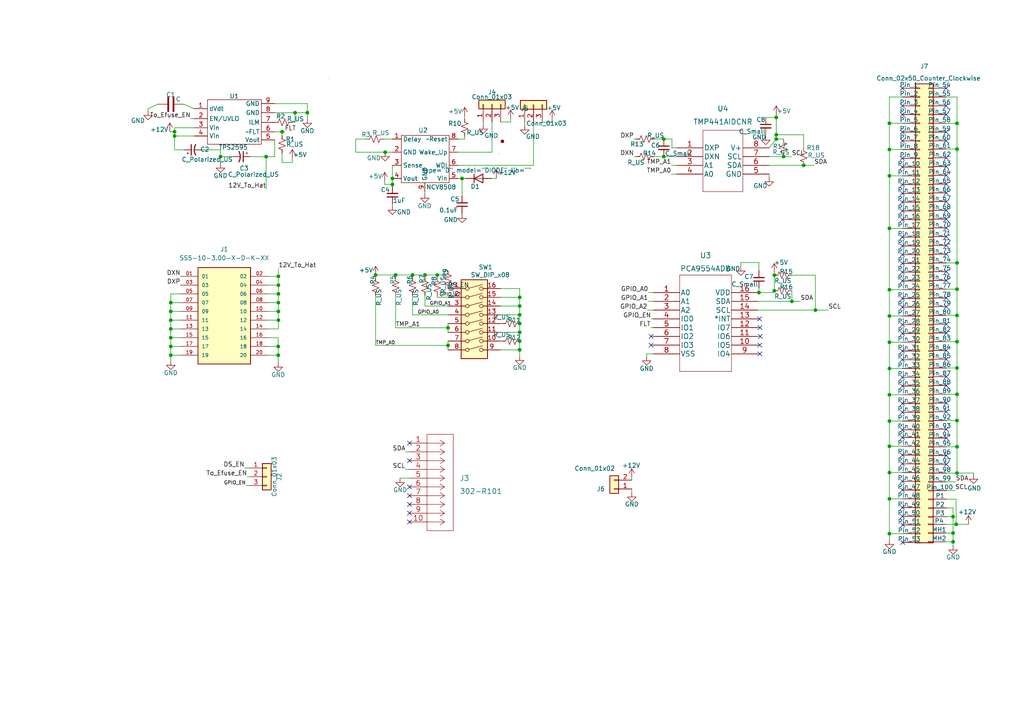
<source format=kicad_sch>
(kicad_sch (version 20211123) (generator eeschema)
  (paper "A4")
  (title_block (title "PERRI Board") (rev "0"))
  (junction (at 224.5868 79.8068))
  (junction (at 229.6668 87.4014))
  (junction (at 277.5712 35.7632))
  (junction (at 49.53 97.9424))
  (junction (at 134.0104 51.7652))
  (junction (at 108.9406 79.756))
  (junction (at 50.6222 38.227))
  (junction (at 80.7466 85.2424))
  (junction (at 220.1164 84.8614))
  (junction (at 77.1906 45.4406))
  (junction (at 150.7236 88.773))
  (junction (at 150.7236 93.853))
  (junction (at 257.9624 99.2632))
  (junction (at 80.6958 100.4824))
  (junction (at 257.9624 122.1232))
  (junction (at 257.9624 154.7876))
  (junction (at 257.9624 66.2432))
  (junction (at 49.53 100.4824))
  (junction (at 150.7236 101.473))
  (junction (at 257.9624 51.0032))
  (junction (at 49.53 87.7824))
  (junction (at 81.8134 38.227))
  (junction (at 129.9464 95.0722))
  (junction (at 49.53 95.4024))
  (junction (at 49.53 92.8624))
  (junction (at 192.532 45.4152))
  (junction (at 257.9624 137.0584))
  (junction (at 192.532 40.3352))
  (junction (at 227.2792 45.4152))
  (junction (at 50.6222 39.4462))
  (junction (at 257.9624 129.4384))
  (junction (at 257.9624 114.5032))
  (junction (at 277.5712 43.2308))
  (junction (at 63.9572 45.4406))
  (junction (at 225.1456 34.0614))
  (junction (at 80.7466 87.7824))
  (junction (at 257.9624 106.8832))
  (junction (at 80.7466 90.3224))
  (junction (at 49.53 90.3224))
  (junction (at 80.7466 80.1624))
  (junction (at 277.5712 121.9708))
  (junction (at 225.1456 39.0906))
  (junction (at 85.5726 32.6898))
  (junction (at 257.9624 91.6432))
  (junction (at 119.6594 79.756))
  (junction (at 113.8174 53.4924))
  (junction (at 277.3172 152.0698))
  (junction (at 276.4282 154.6098))
  (junction (at 49.53 103.0224))
  (junction (at 257.9624 43.3578))
  (junction (at 225.1456 40.3352))
  (junction (at 277.5712 76.2508))
  (junction (at 80.7466 92.8624))
  (junction (at 150.7236 96.393))
  (junction (at 114.7572 79.756))
  (junction (at 89.154 32.6898))
  (junction (at 126.8222 79.756))
  (junction (at 257.9624 35.7632))
  (junction (at 277.5712 114.3508))
  (junction (at 123.2662 79.756))
  (junction (at 277.5712 137.2108))
  (junction (at 277.5712 129.5908))
  (junction (at 257.9624 84.0232))
  (junction (at 277.5712 83.8708))
  (junction (at 224.5868 84.328))
  (junction (at 129.9464 100.1776))
  (junction (at 277.5712 99.1108))
  (junction (at 150.7236 98.933))
  (junction (at 276.4282 149.86))
  (junction (at 277.5712 106.7308))
  (junction (at 257.9624 144.6784))
  (junction (at 277.5712 91.4908))
  (junction (at 150.7236 91.313))
  (junction (at 150.7236 86.233))
  (junction (at 236.4994 89.9414))
  (junction (at 80.6958 103.0224))
  (junction (at 276.4282 157.1498))
  (junction (at 80.7466 82.7024))
  (junction (at 113.8174 51.7652))
  (junction (at 233.0958 47.9552))
  (junction (at 111.7092 44.1452))
  (no_connect (at 118.7704 148.844))
  (no_connect (at 274.4724 66.0908))
  (no_connect (at 261.7216 30.6832))
  (no_connect (at 274.4724 94.0308))
  (no_connect (at 261.7216 96.7232))
  (no_connect (at 118.7704 141.224))
  (no_connect (at 274.4724 111.8108))
  (no_connect (at 274.4724 81.3308))
  (no_connect (at 274.4724 116.8908))
  (no_connect (at 261.7216 94.1832))
  (no_connect (at 261.7216 25.6032))
  (no_connect (at 274.4724 109.2708))
  (no_connect (at 261.7216 86.5632))
  (no_connect (at 274.4724 45.7708))
  (no_connect (at 261.7216 142.1384))
  (no_connect (at 274.4724 127.0508))
  (no_connect (at 261.7216 33.2232))
  (no_connect (at 261.7216 117.0432))
  (no_connect (at 274.4724 96.5708))
  (no_connect (at 261.7216 40.8432))
  (no_connect (at 261.7216 119.5832))
  (no_connect (at 274.4724 78.7908))
  (no_connect (at 261.7216 58.6232))
  (no_connect (at 188.8236 100.1014))
  (no_connect (at 188.849 97.5614))
  (no_connect (at 274.4724 53.3908))
  (no_connect (at 261.7216 139.5984))
  (no_connect (at 274.4724 104.1908))
  (no_connect (at 274.4724 101.6508))
  (no_connect (at 274.4724 61.0108))
  (no_connect (at 261.7216 53.5432))
  (no_connect (at 118.7704 151.384))
  (no_connect (at 118.7704 143.764))
  (no_connect (at 274.4724 73.7108))
  (no_connect (at 274.4724 119.4308))
  (no_connect (at 261.7216 71.3232))
  (no_connect (at 261.7216 126.8984))
  (no_connect (at 261.7216 76.4032))
  (no_connect (at 261.7978 152.2476))
  (no_connect (at 274.4724 71.1708))
  (no_connect (at 261.7216 61.1632))
  (no_connect (at 261.7216 134.5184))
  (no_connect (at 261.7216 68.7832))
  (no_connect (at 261.7216 147.2184))
  (no_connect (at 261.7216 78.9432))
  (no_connect (at 274.4724 68.6308))
  (no_connect (at 274.4724 88.9508))
  (no_connect (at 261.7216 104.3432))
  (no_connect (at 261.7216 81.4832))
  (no_connect (at 261.7216 109.4232))
  (no_connect (at 274.4724 63.5508))
  (no_connect (at 274.4216 25.6032))
  (no_connect (at 274.4216 30.6832))
  (no_connect (at 274.4724 134.6708))
  (no_connect (at 274.4216 33.2232))
  (no_connect (at 261.7216 124.6632))
  (no_connect (at 261.7216 56.0832))
  (no_connect (at 274.4724 48.3108))
  (no_connect (at 274.4724 55.9308))
  (no_connect (at 261.7216 73.8632))
  (no_connect (at 118.7704 146.304))
  (no_connect (at 261.7216 131.9784))
  (no_connect (at 220.5228 97.5614))
  (no_connect (at 220.345 100.1014))
  (no_connect (at 220.3958 95.0214))
  (no_connect (at 220.2942 92.4814))
  (no_connect (at 220.3958 102.6414))
  (no_connect (at 261.7216 63.7032))
  (no_connect (at 261.7216 111.9632))
  (no_connect (at 118.7704 133.604))
  (no_connect (at 274.4724 50.8508))
  (no_connect (at 274.4216 40.8432))
  (no_connect (at 261.7216 48.4632))
  (no_connect (at 274.4724 58.4708))
  (no_connect (at 261.7216 38.3032))
  (no_connect (at 261.7216 89.1032))
  (no_connect (at 274.4216 38.3032))
  (no_connect (at 274.4724 124.5108))
  (no_connect (at 274.4724 86.4108))
  (no_connect (at 261.7216 149.7584))
  (no_connect (at 261.7216 45.9232))
  (no_connect (at 261.7978 157.3276))
  (no_connect (at 274.4724 132.1308))
  (no_connect (at 118.7704 128.524))
  (no_connect (at 261.7216 101.8032))
  (wire (pts (xy 223.0882 42.8752) (xy 225.1456 40.3352)))
  (wire (pts (xy 145.2372 35.3822) (xy 148.1074 35.3822)))
  (wire (pts (xy 274.4724 137.2108) (xy 277.5712 137.2108)))
  (wire (pts (xy 49.53 100.4824) (xy 49.53 103.0224)))
  (wire (pts (xy 119.6594 79.756) (xy 119.6594 80.5942)))
  (wire (pts (xy 49.53 90.3224) (xy 49.53 92.8624)))
  (wire (pts (xy 219.7862 92.4814) (xy 220.2942 92.4814)))
  (wire (pts (xy 80.7466 87.7824) (xy 80.7466 90.3224)))
  (wire (pts (xy 160.147 34.5694) (xy 160.147 35.4838)))
  (wire (pts (xy 126.8222 79.756) (xy 128.8542 79.756)))
  (wire (pts (xy 72.5932 45.4406) (xy 77.1906 45.4406)))
  (wire (pts (xy 219.7862 95.0214) (xy 220.3958 95.0214)))
  (wire (pts (xy 150.7236 96.393) (xy 150.7236 98.933)))
  (wire (pts (xy 80.7466 85.2424) (xy 80.7466 87.7824)))
  (wire (pts (xy 224.5868 79.8068) (xy 224.5868 84.328)))
  (wire (pts (xy 150.7236 98.933) (xy 150.7236 101.473)))
  (wire (pts (xy 154.7368 47.9552) (xy 154.7368 35.4838)))
  (wire (pts (xy 274.4724 142.2908) (xy 276.987 142.2908)))
  (wire (pts (xy 257.9624 122.1232) (xy 257.9624 129.4384)))
  (wire (pts (xy 277.5712 91.4908) (xy 277.5712 83.8708)))
  (wire (pts (xy 219.7862 89.9414) (xy 236.4994 89.9414)))
  (wire (pts (xy 257.9624 129.4384) (xy 257.9624 137.0584)))
  (wire (pts (xy 257.9624 137.0584) (xy 257.9624 144.6784)))
  (wire (pts (xy 140.1572 35.3822) (xy 140.1572 36.1696)))
  (wire (pts (xy 63.9572 45.4406) (xy 63.9572 43.4594)))
  (wire (pts (xy 49.53 92.8624) (xy 52.3494 92.8624)))
  (wire (pts (xy 257.9624 129.4384) (xy 261.7216 129.4384)))
  (wire (pts (xy 79.6798 32.6898) (xy 85.5726 32.6898)))
  (wire (pts (xy 277.5712 114.3508) (xy 277.5712 106.7308)))
  (wire (pts (xy 49.53 87.7824) (xy 49.53 90.3224)))
  (wire (pts (xy 145.1864 86.233) (xy 150.7236 86.233)))
  (wire (pts (xy 103.1748 40.3352) (xy 103.1748 44.1452)))
  (wire (pts (xy 224.5868 78.9686) (xy 224.5868 79.8068)))
  (wire (pts (xy 277.5712 99.1108) (xy 277.5712 106.7308)))
  (wire (pts (xy 196.2658 42.8752) (xy 194.8942 42.8752)))
  (wire (pts (xy 274.574 149.86) (xy 276.4282 149.86)))
  (wire (pts (xy 119.6594 91.313) (xy 129.9464 91.313)))
  (wire (pts (xy 183.8706 45.4152) (xy 184.5564 45.4152)))
  (wire (pts (xy 225.1456 33.2486) (xy 225.1456 34.0614)))
  (wire (pts (xy 49.2506 38.227) (xy 50.6222 38.227)))
  (wire (pts (xy 188.722 95.0214) (xy 189.5094 95.0214)))
  (wire (pts (xy 274.4724 83.8708) (xy 277.5712 83.8708)))
  (wire (pts (xy 189.6364 40.3352) (xy 192.532 40.3352)))
  (wire (pts (xy 188.8236 100.1014) (xy 189.5094 100.1014)))
  (wire (pts (xy 152.1968 35.4838) (xy 152.1968 36.4236)))
  (wire (pts (xy 189.6364 45.4152) (xy 192.532 45.4152)))
  (wire (pts (xy 89.154 30.0482) (xy 89.154 32.6898)))
  (wire (pts (xy 89.154 32.6898) (xy 89.154 34.4678)))
  (wire (pts (xy 80.7466 92.8624) (xy 80.7466 95.4024)))
  (wire (pts (xy 145.1864 88.773) (xy 150.7236 88.773)))
  (wire (pts (xy 81.8134 44.4246) (xy 81.8134 47.1424)))
  (wire (pts (xy 134.0104 62.0776) (xy 134.0104 61.8744)))
  (wire (pts (xy 106.1974 40.3352) (xy 103.1748 40.3352)))
  (wire (pts (xy 63.9572 45.4406) (xy 67.5132 45.4406)))
  (wire (pts (xy 63.9572 43.4594) (xy 58.5216 43.4594)))
  (wire (pts (xy 222.0976 39.1414) (xy 222.0976 39.3954)))
  (wire (pts (xy 220.1164 83.566) (xy 220.1164 84.8614)))
  (wire (pts (xy 225.1456 34.0614) (xy 222.0976 34.0614)))
  (wire (pts (xy 119.6594 79.756) (xy 114.7572 79.756)))
  (wire (pts (xy 261.239 43.3578) (xy 261.7216 43.3832)))
  (wire (pts (xy 257.9624 84.0232) (xy 257.9624 66.2432)))
  (wire (pts (xy 129.9464 100.1776) (xy 129.9464 98.933)))
  (wire (pts (xy 188.849 97.5614) (xy 189.5094 97.5614)))
  (wire (pts (xy 219.7862 97.5614) (xy 220.5228 97.5614)))
  (wire (pts (xy 257.9624 99.2632) (xy 257.9624 91.6432)))
  (wire (pts (xy 257.9624 91.6432) (xy 257.9624 84.0232)))
  (wire (pts (xy 77.7494 97.9424) (xy 80.6958 97.9424)))
  (wire (pts (xy 277.5712 28.1432) (xy 277.5712 35.7632)))
  (wire (pts (xy 257.9624 106.8832) (xy 261.7216 106.8832)))
  (wire (pts (xy 274.4724 106.7308) (xy 277.5712 106.7308)))
  (wire (pts (xy 113.8174 51.7652) (xy 113.8174 53.4924)))
  (wire (pts (xy 274.32 154.6098) (xy 276.4282 154.6098)))
  (wire (pts (xy 52.3494 85.2424) (xy 49.53 85.2424)))
  (wire (pts (xy 276.4282 149.86) (xy 276.4282 154.6098)))
  (wire (pts (xy 108.9406 85.6742) (xy 108.9406 100.1776)))
  (wire (pts (xy 71.6788 138.2776) (xy 72.2884 138.2776)))
  (wire (pts (xy 225.1456 39.0906) (xy 225.1456 40.3352)))
  (wire (pts (xy 236.4994 89.9414) (xy 240.2332 89.9414)))
  (wire (pts (xy 77.7494 92.8624) (xy 80.7466 92.8624)))
  (wire (pts (xy 277.3172 144.78) (xy 277.3172 152.0698)))
  (wire (pts (xy 274.574 147.32) (xy 276.4282 147.32)))
  (wire (pts (xy 274.574 144.78) (xy 277.3172 144.78)))
  (wire (pts (xy 145.1864 96.393) (xy 150.7236 96.393)))
  (wire (pts (xy 223.0882 47.9552) (xy 233.0958 47.9552)))
  (wire (pts (xy 134.7724 33.7058) (xy 134.7724 34.4678)))
  (wire (pts (xy 123.2662 85.6742) (xy 123.2662 88.773)))
  (wire (pts (xy 128.8542 78.613) (xy 129.9464 78.613)))
  (wire (pts (xy 56.3626 37.0586) (xy 50.6222 37.0586)))
  (wire (pts (xy 49.53 95.4024) (xy 49.53 97.9424)))
  (wire (pts (xy 126.8222 86.233) (xy 129.9464 86.233)))
  (wire (pts (xy 126.8222 85.6742) (xy 126.8222 86.233)))
  (wire (pts (xy 229.6668 79.8068) (xy 236.4994 79.8068)))
  (wire (pts (xy 233.0958 39.0906) (xy 225.1456 39.0906)))
  (wire (pts (xy 257.9624 122.1232) (xy 261.7216 122.1232)))
  (wire (pts (xy 150.7236 86.233) (xy 150.7236 88.773)))
  (wire (pts (xy 257.9624 106.8832) (xy 257.9624 114.5032)))
  (wire (pts (xy 77.7494 80.1624) (xy 80.7466 80.1624)))
  (wire (pts (xy 143.9418 51.7652) (xy 142.5956 51.7652)))
  (wire (pts (xy 183.8706 40.3352) (xy 184.5564 40.3352)))
  (wire (pts (xy 225.1456 34.0614) (xy 225.1456 39.0906)))
  (wire (pts (xy 77.7494 90.3224) (xy 80.7466 90.3224)))
  (wire (pts (xy 274.4724 114.3508) (xy 277.5712 114.3508)))
  (wire (pts (xy 55.2958 34.417) (xy 56.3626 34.417)))
  (wire (pts (xy 192.532 40.3352) (xy 194.8942 40.3352)))
  (wire (pts (xy 111.5822 52.5272) (xy 111.5822 53.4924)))
  (wire (pts (xy 85.5726 32.6898) (xy 89.154 32.6898)))
  (wire (pts (xy 219.7862 87.4014) (xy 229.6668 87.4014)))
  (wire (pts (xy 257.9624 114.5032) (xy 261.7216 114.5032)))
  (wire (pts (xy 223.0882 50.4952) (xy 223.0882 51.435)))
  (wire (pts (xy 257.9624 51.0032) (xy 257.9624 43.3578)))
  (wire (pts (xy 113.8174 53.4924) (xy 113.8174 54.0766)))
  (wire (pts (xy 49.53 85.2424) (xy 49.53 87.7824)))
  (wire (pts (xy 132.8674 47.9552) (xy 154.7368 47.9552)))
  (wire (pts (xy 45.7454 30.226) (xy 42.9514 31.5214)))
  (wire (pts (xy 257.9624 28.1432) (xy 261.7216 28.1432)))
  (wire (pts (xy 114.7572 95.0722) (xy 129.9464 95.0722)))
  (wire (pts (xy 274.4724 129.5908) (xy 277.5712 129.5908)))
  (wire (pts (xy 145.1864 98.933) (xy 145.6436 98.933)))
  (wire (pts (xy 84.7598 35.4838) (xy 85.5726 35.4838)))
  (wire (pts (xy 108.9406 100.1776) (xy 129.9464 100.1776)))
  (wire (pts (xy 53.3654 30.226) (xy 56.3118 31.5214)))
  (wire (pts (xy 111.7092 44.1452) (xy 113.8174 44.1452)))
  (wire (pts (xy 229.6668 87.4014) (xy 232.156 87.4014)))
  (wire (pts (xy 277.5712 83.8708) (xy 277.5712 76.2508)))
  (wire (pts (xy 81.8134 38.227) (xy 81.8134 39.3446)))
  (wire (pts (xy 257.9624 99.2632) (xy 261.7216 99.2632)))
  (wire (pts (xy 77.7494 95.4024) (xy 80.7466 95.4024)))
  (wire (pts (xy 128.8542 79.756) (xy 128.8542 78.613)))
  (wire (pts (xy 220.1164 84.8614) (xy 224.5868 84.8614)))
  (wire (pts (xy 49.53 103.0224) (xy 52.3494 103.0224)))
  (wire (pts (xy 123.2662 88.773) (xy 129.9464 88.773)))
  (wire (pts (xy 257.9624 144.6784) (xy 257.9624 154.7876)))
  (wire (pts (xy 129.9464 95.0722) (xy 129.9464 96.393)))
  (wire (pts (xy 113.8174 53.4924) (xy 111.5822 53.4924)))
  (wire (pts (xy 183.2356 142.875) (xy 183.2356 141.8082)))
  (wire (pts (xy 49.53 95.4024) (xy 52.3494 95.4024)))
  (wire (pts (xy 277.3172 152.0698) (xy 280.8986 152.0698)))
  (wire (pts (xy 214.8586 76.1492) (xy 220.1164 76.1492)))
  (wire (pts (xy 257.9624 51.0032) (xy 261.7216 51.0032)))
  (wire (pts (xy 123.2662 79.756) (xy 119.6594 79.756)))
  (wire (pts (xy 219.7862 102.6414) (xy 220.3958 102.6414)))
  (wire (pts (xy 150.7236 83.693) (xy 150.7236 86.233)))
  (wire (pts (xy 257.9624 156.6418) (xy 257.9624 154.7876)))
  (wire (pts (xy 150.7236 93.853) (xy 150.7236 96.393)))
  (wire (pts (xy 188.849 92.4814) (xy 189.5094 92.4814)))
  (wire (pts (xy 227.2792 40.3352) (xy 225.1456 40.3352)))
  (wire (pts (xy 277.5712 137.2108) (xy 277.5712 129.5908)))
  (wire (pts (xy 134.0104 56.7944) (xy 134.0104 51.7652)))
  (wire (pts (xy 188.0362 84.8614) (xy 189.5094 84.8614)))
  (wire (pts (xy 157.2768 35.4838) (xy 160.147 35.4838)))
  (wire (pts (xy 274.4724 121.9708) (xy 277.5712 121.9708)))
  (wire (pts (xy 123.2662 79.756) (xy 123.2662 80.5942)))
  (wire (pts (xy 150.7236 101.473) (xy 150.7236 103.2764)))
  (wire (pts (xy 274.4724 43.2308) (xy 277.5712 43.2308)))
  (wire (pts (xy 282.3718 137.2108) (xy 282.3718 137.7188)))
  (wire (pts (xy 126.8222 79.756) (xy 123.2662 79.756)))
  (wire (pts (xy 233.0958 47.9552) (xy 236.1692 47.9552)))
  (wire (pts (xy 277.5712 121.9708) (xy 277.5712 114.3508)))
  (wire (pts (xy 114.7572 79.756) (xy 114.7572 80.5942)))
  (wire (pts (xy 233.0958 42.8752) (xy 233.0958 39.0906)))
  (wire (pts (xy 84.7852 45.9232) (xy 84.7852 47.1424)))
  (wire (pts (xy 274.4216 28.1432) (xy 277.5712 28.1432)))
  (wire (pts (xy 49.53 97.9424) (xy 49.53 100.4824)))
  (wire (pts (xy 80.7466 80.1624) (xy 80.7466 82.7024)))
  (wire (pts (xy 274.4724 99.1108) (xy 277.5712 99.1108)))
  (wire (pts (xy 77.7494 103.0224) (xy 80.6958 103.0224)))
  (wire (pts (xy 220.1164 76.1492) (xy 220.1164 78.486)))
  (wire (pts (xy 142.6972 44.1452) (xy 142.6972 35.3822)))
  (wire (pts (xy 126.8222 79.756) (xy 126.8222 80.5942)))
  (wire (pts (xy 77.7494 82.7024) (xy 80.7466 82.7024)))
  (wire (pts (xy 145.1864 91.313) (xy 150.7236 91.313)))
  (wire (pts (xy 194.7164 47.9552) (xy 196.2658 47.9552)))
  (wire (pts (xy 257.9624 114.5032) (xy 257.9624 122.1232)))
  (wire (pts (xy 77.7494 85.2424) (xy 80.7466 85.2424)))
  (wire (pts (xy 192.532 45.4152) (xy 196.2658 45.4152)))
  (wire (pts (xy 183.2356 139.2682) (xy 183.2356 138.4808)))
  (wire (pts (xy 49.53 90.3224) (xy 52.3494 90.3224)))
  (wire (pts (xy 80.6958 103.0224) (xy 80.6958 105.2068)))
  (wire (pts (xy 227.2792 45.4152) (xy 229.616 45.4152)))
  (wire (pts (xy 79.629 30.0482) (xy 89.154 30.0482)))
  (wire (pts (xy 187.5536 102.6414) (xy 187.5536 103.378)))
  (wire (pts (xy 111.2774 40.3352) (xy 113.8174 40.3352)))
  (wire (pts (xy 277.5712 43.2308) (xy 277.5712 76.2508)))
  (wire (pts (xy 257.9624 43.3578) (xy 257.9624 35.7632)))
  (wire (pts (xy 229.6668 84.328) (xy 229.6668 87.4014)))
  (wire (pts (xy 49.53 100.4824) (xy 52.3494 100.4824)))
  (wire (pts (xy 117.5766 136.144) (xy 118.7704 136.144)))
  (wire (pts (xy 274.32 157.1498) (xy 276.4282 157.1498)))
  (wire (pts (xy 56.3626 39.4462) (xy 50.6222 39.4462)))
  (wire (pts (xy 145.1864 101.473) (xy 150.7236 101.473)))
  (wire (pts (xy 277.5712 137.2108) (xy 282.3718 137.2108)))
  (wire (pts (xy 134.0104 51.7652) (xy 134.9756 51.7652)))
  (wire (pts (xy 150.7236 91.313) (xy 150.7236 93.853)))
  (wire (pts (xy 50.6222 43.4594) (xy 53.4416 43.4594)))
  (wire (pts (xy 129.9464 93.853) (xy 129.9464 95.0722)))
  (wire (pts (xy 49.53 97.9424) (xy 52.3494 97.9424)))
  (wire (pts (xy 79.6798 38.227) (xy 81.8134 38.227)))
  (wire (pts (xy 80.7466 90.3224) (xy 80.7466 92.8624)))
  (wire (pts (xy 50.6222 38.227) (xy 50.6222 39.4462)))
  (wire (pts (xy 276.4282 154.6098) (xy 276.4282 157.1498)))
  (wire (pts (xy 77.1652 54.8386) (xy 77.1906 45.4406)))
  (wire (pts (xy 117.6274 131.064) (xy 118.7704 131.064)))
  (wire (pts (xy 277.5712 35.7632) (xy 277.5712 43.2308)))
  (wire (pts (xy 274.4216 35.7632) (xy 277.5712 35.7632)))
  (wire (pts (xy 223.0882 45.4152) (xy 227.2792 45.4152)))
  (wire (pts (xy 49.53 92.8624) (xy 49.53 95.4024)))
  (wire (pts (xy 81.8134 47.1424) (xy 84.7852 47.1424)))
  (wire (pts (xy 219.7862 84.8614) (xy 220.1164 84.8614)))
  (wire (pts (xy 132.8674 40.3352) (xy 134.7724 40.3352)))
  (wire (pts (xy 188.0108 87.4014) (xy 189.5094 87.4014)))
  (wire (pts (xy 123.2154 55.5244) (xy 123.2154 56.2102)))
  (wire (pts (xy 145.1864 93.853) (xy 145.6436 93.853)))
  (wire (pts (xy 113.8174 59.1566) (xy 113.8174 59.69)))
  (wire (pts (xy 114.7572 79.756) (xy 108.9406 79.756)))
  (wire (pts (xy 79.6798 40.5638) (xy 79.6798 45.4406)))
  (wire (pts (xy 257.9624 84.0232) (xy 261.7216 84.0232)))
  (wire (pts (xy 257.9624 66.2432) (xy 257.9624 51.0032)))
  (wire (pts (xy 189.5094 102.6414) (xy 187.5536 102.6414)))
  (wire (pts (xy 50.6222 39.4462) (xy 50.6222 43.4594)))
  (wire (pts (xy 274.32 152.0698) (xy 277.3172 152.0698)))
  (wire (pts (xy 224.5868 84.328) (xy 224.5868 84.8614)))
  (wire (pts (xy 108.9406 79.756) (xy 108.9406 80.5942)))
  (wire (pts (xy 49.53 87.7824) (xy 52.3494 87.7824)))
  (wire (pts (xy 276.4282 157.1498) (xy 276.4282 158.242)))
  (wire (pts (xy 72.2884 140.8176) (xy 71.3232 140.8176)))
  (wire (pts (xy 219.7862 100.1014) (xy 220.345 100.1014)))
  (wire (pts (xy 77.1906 45.4406) (xy 79.6798 45.4406)))
  (wire (pts (xy 70.9168 135.7376) (xy 72.2884 135.7376)))
  (wire (pts (xy 50.6222 37.0586) (xy 50.6222 38.227)))
  (wire (pts (xy 194.691 50.4952) (xy 196.2658 50.4952)))
  (wire (pts (xy 77.7494 100.4824) (xy 80.6958 100.4824)))
  (wire (pts (xy 277.5712 91.4908) (xy 277.5712 99.1108)))
  (wire (pts (xy 187.7822 89.9414) (xy 189.5094 89.9414)))
  (wire (pts (xy 80.6958 100.4824) (xy 80.6958 103.0224)))
  (wire (pts (xy 119.6594 85.6742) (xy 119.6594 91.313)))
  (wire (pts (xy 80.7466 77.9272) (xy 80.7466 80.1624)))
  (wire (pts (xy 103.1748 44.1452) (xy 111.7092 44.1452)))
  (wire (pts (xy 49.53 103.0224) (xy 49.53 104.6734)))
  (wire (pts (xy 257.9624 144.6784) (xy 261.7216 144.6784)))
  (wire (pts (xy 85.5726 35.4838) (xy 85.5726 32.6898)))
  (wire (pts (xy 257.9624 35.7632) (xy 261.7216 35.7632)))
  (wire (pts (xy 261.7216 91.6432) (xy 257.9624 91.6432)))
  (wire (pts (xy 129.9464 101.473) (xy 129.9464 100.1776)))
  (wire (pts (xy 257.9624 154.7876) (xy 261.7978 154.7876)))
  (wire (pts (xy 257.9624 137.0584) (xy 261.7216 137.0584)))
  (wire (pts (xy 214.8586 76.1492) (xy 214.8586 77.343)))
  (wire (pts (xy 116.0272 138.684) (xy 118.7704 138.684)))
  (wire (pts (xy 80.7466 82.7024) (xy 80.7466 85.2424)))
  (wire (pts (xy 132.8674 44.1452) (xy 142.6972 44.1452)))
  (wire (pts (xy 132.8674 51.7652) (xy 134.0104 51.7652)))
  (wire (pts (xy 81.8134 38.227) (xy 82.5754 38.227)))
  (wire (pts (xy 114.7572 85.6742) (xy 114.7572 95.0722)))
  (wire (pts (xy 274.4724 139.7508) (xy 277.1648 139.7508)))
  (wire (pts (xy 42.9514 31.5214) (xy 42.9514 32.2072)))
  (wire (pts (xy 80.6958 97.9424) (xy 80.6958 100.4824)))
  (wire (pts (xy 134.7724 39.5478) (xy 134.7724 40.3352)))
  (wire (pts (xy 145.1864 83.693) (xy 150.7236 83.693)))
  (wire (pts (xy 236.4994 79.8068) (xy 236.4994 89.9414)))
  (wire (pts (xy 274.4724 76.2508) (xy 277.5712 76.2508)))
  (wire (pts (xy 257.9624 43.3578) (xy 261.239 43.3578)))
  (wire (pts (xy 274.4724 91.4908) (xy 277.5712 91.4908)))
  (wire (pts (xy 277.5712 129.5908) (xy 277.5712 121.9708)))
  (wire (pts (xy 63.9572 45.4406) (xy 63.9572 47.4726)))
  (wire (pts (xy 150.7236 88.773) (xy 150.7236 91.313)))
  (wire (pts (xy 148.1074 34.4678) (xy 148.1074 35.3822)))
  (wire (pts (xy 113.8174 47.9552) (xy 113.8174 51.7652)))
  (wire (pts (xy 261.7216 66.2432) (xy 257.9624 66.2432)))
  (wire (pts (xy 257.9624 99.2632) (xy 257.9624 106.8832)))
  (wire (pts (xy 194.8942 42.8752) (xy 194.8942 40.3352)))
  (wire (pts (xy 77.7494 87.7824) (xy 80.7466 87.7824)))
  (wire (pts (xy 276.4282 147.32) (xy 276.4282 149.86)))
  (wire (pts (xy 257.9624 35.7632) (xy 257.9624 28.1432)))
  (label "GPIO_A0" (at 121.0818 91.313 0) (effects (font (size 1 1))))
  (label "FLT" (at 188.722 95.0214 180))
  (label "DS_EN" (at 129.9464 83.693 0))
  (label "GPIO_EN" (at 188.849 92.4814 180))
  (label "SDA" (at 277.1648 139.7508 0))
  (label "SCL" (at 276.987 142.2908 0))
  (label "12V_To_Hat" (at 80.7466 77.9272 0))
  (label "GPIO_A2" (at 127.381 86.233 0) (effects (font (size 1 1))))
  (label "GPIO_A0" (at 188.0362 84.8614 180))
  (label "GPIO_A2" (at 187.7822 89.9414 180))
  (label "TMP_A1" (at 114.7572 95.0722 0))
  (label "To_Efuse_EN" (at 71.6788 138.2776 180))
  (label "GPIO_A1" (at 124.587 88.773 0) (effects (font (size 1 1))))
  (label "SDA" (at 117.6274 131.064 180))
  (label "To_Efuse_EN" (at 55.2958 34.417 180))
  (label "SCL" (at 240.2332 89.9414 0))
  (label "GPIO_EN" (at 71.3232 140.8176 180) (effects (font (size 1 1))))
  (label "DS_EN" (at 70.9168 135.7376 180))
  (label "GPIO_A1" (at 188.0108 87.4014 180))
  (label "12V_To_Hat" (at 77.1652 54.8386 180))
  (label "TMP_A0" (at 194.691 50.4952 180))
  (label "DXP" (at 183.8706 40.3352 180))
  (label "SCL" (at 229.616 45.4152 0))
  (label "DXN" (at 52.3494 80.1624 180))
  (label "TMP_A1" (at 194.7164 47.9552 180))
  (label "DXP" (at 52.3494 82.7024 180))
  (label "SDA" (at 236.1692 47.9552 0))
  (label "SCL" (at 117.5766 136.144 180))
  (label "FLT" (at 82.5754 38.227 0))
  (label "SDA" (at 232.156 87.4014 0))
  (label "TMP_A0" (at 108.9406 100.1776 0) (effects (font (size 1 1))))
  (label "DXN" (at 183.8706 45.4152 180))
  (symbol (lib_id "power:+12V") (at 280.8986 152.0698 0) (unit 1)
    (property "Reference" "#PWR032" (effects hide))
    (property "Value" "+12V" (at 280.5176 148.4884 0))
  )
  (symbol (lib_id "power:+12V") (at 49.2506 38.227 0) (unit 1)
    (property "Reference" "#PWR02" (effects hide))
    (property "Value" "+12V" (at 46.2026 37.5666 0))
  )
  (symbol (lib_id "Connector_Generic:Conn_01x02") (at 178.1556 141.8082 180) (unit 1)
    (property "Reference" "J6" (at 175.4632 141.8083 0) (effects (justify left)))
    (property "Value" "Conn_01x02" (at 178.3842 135.8646 0) (effects (justify left)))
    (property "Footprint" "footprints:1757242" (effects hide))
  )
  (symbol (lib_id "power:GND") (at 80.6958 105.2068 0) (unit 1)
    (property "Reference" "#PWR05" (effects hide))
    (property "Value" "GND" (at 80.6958 108.6866 0))
  )
  (symbol (lib_id "Device:C") (at 49.5554 30.226 270) (unit 1)
    (property "Reference" "C1" (at 49.53 27.4574 90))
    (property "Value" "C" (at 51.7144 28.7528 90))
    (property "Footprint" "Capacitor_SMD:C_0805_2012Metric" (effects hide))
  )
  (symbol (lib_id "Connector_Generic:Conn_01x03") (at 77.3684 138.2776 0) (unit 1)
    (property "Reference" "J2" (at 80.9752 137.1346 90) (effects (justify right)))
    (property "Value" "Conn_01x03" (at 79.5528 132.3594 90) (effects (justify right)))
    (property "Footprint" "Connector_PinHeader_2.54mm:PinHeader_1x03_P2.54mm_Vertical" (effects hide))
  )
  (symbol (lib_id "power:GND") (at 150.7236 103.2764 0) (unit 1)
    (property "Reference" "#PWR019" (effects hide))
    (property "Value" "GND" (at 150.749 106.6292 0))
  )
  (symbol (lib_id "power:GND") (at 116.0272 138.684 0) (unit 1)
    (property "Reference" "#PWR013" (effects hide))
    (property "Value" "GND" (at 116.0526 142.0876 0))
  )
  (symbol (lib_id "power:+5V") (at 225.1456 33.2486 0) (unit 1)
    (property "Reference" "#PWR029" (effects hide))
    (property "Value" "+5V" (at 227.33 32.2072 0))
  )
  (symbol (lib_id "Device:C_Small") (at 222.0976 36.6014 0) (unit 1)
    (property "Reference" "C8" (at 219.3544 34.6964 0) (effects (justify left)))
    (property "Value" "C_Small" (at 214.2744 38.1254 0) (effects (justify left)))
    (property "Footprint" "Capacitor_SMD:C_0805_2012Metric" (effects hide))
  )
  (symbol (lib_id "power:+12V") (at 143.9418 51.7652 0) (unit 1)
    (property "Reference" "#PWR017" (effects hide))
    (property "Value" "+12V" (at 147.066 50.0634 0))
  )
  (symbol (lib_id "Device:R_Small_US") (at 227.1268 84.328 90) (unit 1)
    (property "Reference" "R16" (at 230.0224 83.2866 90) (effects (justify left)))
    (property "Value" "R_US" (at 229.5652 85.9536 90) (effects (justify left)))
    (property "Footprint" "Resistor_SMD:R_0805_2012Metric" (effects hide))
  )
  (symbol (lib_id "Device:R_Small_US") (at 126.8222 83.1342 180) (unit 1)
    (property "Reference" "R8" (at 125.9332 80.0862 90) (effects (justify left)))
    (property "Value" "R_US" (at 128.5748 80.1116 90) (effects (justify left)))
    (property "Footprint" "Resistor_SMD:R_0805_2012Metric" (effects hide))
  )
  (symbol (lib_id "power:+5V") (at 160.147 34.5694 0) (mirror y) (unit 1)
    (property "Reference" "#PWR021" (effects hide))
    (property "Value" "+5V" (at 160.6042 31.2928 0))
  )
  (symbol (lib_id "Device:C_Polarized_Small_US") (at 70.0532 45.4406 270) (unit 1)
    (property "Reference" "C3" (at 70.8152 48.8188 90))
    (property "Value" "C_Polarized_US" (at 73.5076 50.5968 90))
    (property "Footprint" "Capacitor_SMD:C_1206_3216Metric" (effects hide))
  )
  (symbol (lib_id "Device:C_Small") (at 134.0104 59.3344 180) (unit 1)
    (property "Reference" "C5" (at 133.2992 57.7596 0) (effects (justify left)))
    (property "Value" "0.1uF" (at 132.8674 60.96 0) (effects (justify left)))
    (property "Footprint" "Capacitor_SMD:C_1206_3216Metric" (effects hide))
  )
  (symbol (lib_id "Device:R_Small_US") (at 187.0964 40.3352 90) (unit 1)
    (property "Reference" "R13" (at 186.69 41.8084 90) (effects (justify left)))
    (property "Value" "R_US" (at 192.659 39.2938 90) (effects (justify left)))
    (property "Footprint" "Resistor_SMD:R_0805_2012Metric" (effects hide))
  )
  (symbol (lib_id "Device:R_Small_US") (at 187.0964 45.4152 90) (unit 1)
    (property "Reference" "R14" (at 190.3222 44.45 90) (effects (justify left)))
    (property "Value" "R_US" (at 186.944 47.117 90) (effects (justify left)))
    (property "Footprint" "Resistor_SMD:R_0805_2012Metric" (effects hide))
  )
  (symbol (lib_id "power:GND") (at 276.4282 158.242 0) (unit 1)
    (property "Reference" "#PWR031" (effects hide))
    (property "Value" "GND" (at 276.4536 161.5948 0))
  )
  (symbol (lib_id "power:+5V") (at 111.5822 52.5272 0) (unit 1)
    (property "Reference" "#PWR09" (effects hide))
    (property "Value" "+5V" (at 108.8136 51.1302 0))
  )
  (symbol (lib_id "power:GND") (at 282.3718 137.7188 0) (unit 1)
    (property "Reference" "#PWR033" (effects hide))
    (property "Value" "GND" (at 282.575 141.605 0))
  )
  (symbol (lib_id "power:GND") (at 223.0882 51.435 0) (unit 1)
    (property "Reference" "#PWR027" (effects hide))
    (property "Value" "GND" (at 220.5482 53.8988 0))
  )
  (symbol (lib_id "power:+5V") (at 108.9406 79.756 0) (unit 1)
    (property "Reference" "#PWR08" (effects hide))
    (property "Value" "+5V" (at 106.172 78.359 0))
  )
  (symbol (lib_id "PERRI_Symbols:NVC8508") (at 122.7074 46.6852 0) (unit 1)
    (property "Reference" "U2" (at 122.7074 37.7952 0))
    (property "Value" "NCV8508" (at 127.9652 54.2544 0))
    (property "Footprint" "Package_SO:SOIC-8-1EP_3.9x4.9mm_P1.27mm_EP2.514x3.2mm" (effects hide))
  )
  (symbol (lib_id "Device:R_Small_US") (at 108.9406 83.1342 180) (unit 1)
    (property "Reference" "R4" (at 108.1532 79.7814 90) (effects (justify left)))
    (property "Value" "R_US" (at 109.8804 83.7438 90) (effects (justify left)))
    (property "Footprint" "Resistor_SMD:R_0805_2012Metric" (effects hide))
  )
  (symbol (lib_id "Device:C_Small") (at 220.1164 81.026 180) (unit 1)
    (property "Reference" "C7" (at 218.567 80.2386 0) (effects (justify left)))
    (property "Value" "C_Small" (at 219.964 82.4484 0) (effects (justify left)))
    (property "Footprint" "Capacitor_SMD:C_0805_2012Metric" (effects hide))
  )
  (symbol (lib_id "power:GND") (at 134.0104 62.0776 0) (unit 1)
    (property "Reference" "#PWR014" (effects hide))
    (property "Value" "GND" (at 130.7338 63.754 0))
  )
  (symbol (lib_id "Device:R_Small_US") (at 148.1836 93.853 90) (unit 1)
    (property "Reference" "R11" (at 151.0792 92.8116 90) (effects (justify left)))
    (property "Value" "R_US" (at 148.0312 91.9734 90) (effects (justify left)))
    (property "Footprint" "Resistor_SMD:R_0805_2012Metric" (effects hide))
  )
  (symbol (lib_id "power:GND") (at 187.5536 103.378 0) (unit 1)
    (property "Reference" "#PWR024" (effects hide))
    (property "Value" "GND" (at 187.5536 106.8832 0))
  )
  (symbol (lib_id "Device:R_Small_US") (at 233.0958 45.4152 0) (unit 1)
    (property "Reference" "R18" (at 233.9086 42.8498 0) (effects (justify left)))
    (property "Value" "R_US" (at 234.2388 45.0342 0) (effects (justify left)))
    (property "Footprint" "Resistor_SMD:R_0805_2012Metric" (effects hide))
  )
  (symbol (lib_name "Conn_02x50_Counter_Clockwise_1") (lib_id "PERRI_Symbols:Conn_02x50_Counter_Clockwise") (at 266.8016 73.8632 0) (unit 1)
    (property "Reference" "J7" (at 268.0716 19.2532 0))
    (property "Value" "Conn_02x50_Counter_Clockwise" (at 269.3162 22.7076 0))
    (property "Footprint" "footprints:FX23100S05SH" (effects hide))
  )
  (symbol (lib_id "power:GND") (at 152.1968 36.4236 0) (unit 1)
    (property "Reference" "#PWR020" (effects hide))
    (property "Value" "GND" (at 154.559 39.5986 0))
  )
  (symbol (lib_id "power:GND") (at 113.8174 59.69 0) (unit 1)
    (property "Reference" "#PWR011" (effects hide))
    (property "Value" "GND" (at 117.1448 61.4934 0))
  )
  (symbol (lib_id "power:GND") (at 111.7092 44.1452 0) (unit 1)
    (property "Reference" "#PWR010" (effects hide))
    (property "Value" "GND" (at 108.4326 45.8216 0))
  )
  (symbol (lib_id "power:GND") (at 123.2154 56.2102 0) (unit 1)
    (property "Reference" "#PWR012" (effects hide))
    (property "Value" "GND" (at 123.1646 59.7154 0))
  )
  (symbol (lib_id "Device:R_Small_US") (at 123.2662 83.1342 180) (unit 1)
    (property "Reference" "R7" (at 122.4026 79.5274 90) (effects (justify left)))
    (property "Value" "R_US" (at 124.4092 82.1436 90) (effects (justify left)))
    (property "Footprint" "Resistor_SMD:R_0805_2012Metric" (effects hide))
  )
  (symbol (lib_id "power:GND") (at 183.2356 142.875 0) (unit 1)
    (property "Reference" "#PWR023" (effects hide))
    (property "Value" "GND" (at 183.261 146.2278 0))
  )
  (symbol (lib_id "power:+5V") (at 84.7852 45.9232 0) (unit 1)
    (property "Reference" "#PWR06" (effects hide))
    (property "Value" "+5V" (at 86.9696 44.8818 0))
  )
  (symbol (lib_id "power:GND") (at 140.1572 36.1696 0) (unit 1)
    (property "Reference" "#PWR016" (effects hide))
    (property "Value" "GND" (at 142.5194 39.3446 0))
  )
  (symbol (lib_id "2022-07-15_19-29-03:302-R101") (at 118.7704 128.524 0) (unit 1)
    (property "Reference" "J3" (at 133.2992 138.684 0) (effects (font (size 1.524 1.524)) (justify left)))
    (property "Value" "302-R101" (at 133.2992 142.494 0) (effects (font (size 1.524 1.524)) (justify left)))
    (property "Footprint" "footprints:302-R101" (effects hide))
  )
  (symbol (lib_id "Device:C_Small") (at 113.8174 56.6166 180) (unit 1)
    (property "Reference" "C4" (at 113.1062 55.0418 0) (effects (justify left)))
    (property "Value" "1uF" (at 117.602 58.166 0) (effects (justify left)))
    (property "Footprint" "Capacitor_SMD:C_1206_3216Metric" (effects hide))
  )
  (symbol (lib_id "power:+5V") (at 134.7724 33.7058 0) (unit 1)
    (property "Reference" "#PWR015" (effects hide))
    (property "Value" "+5V" (at 132.0038 32.3088 0))
  )
  (symbol (lib_id "Device:R_Small_US") (at 82.2198 35.4838 90) (unit 1)
    (property "Reference" "R2" (at 82.7532 33.7058 90) (effects (justify left)))
    (property "Value" "R_US" (at 88.1888 34.4932 90) (effects (justify left)))
    (property "Footprint" "Resistor_SMD:R_0805_2012Metric" (effects hide))
  )
  (symbol (lib_id "SS5-10-3.00-X-D-K-XX:SS5-10-3.00-X-D-K-XX") (at 65.0494 90.3224 0) (unit 1)
    (property "Reference" "J1" (at 65.0494 72.2884 0))
    (property "Value" "SS5-10-3.00-X-D-K-XX" (at 65.0494 74.8284 0))
    (property "Footprint" "footprints:SAMTEC_SS5-10-3.00-X-D-K-XX" (effects hide))
    (property "PARTREV" "F" (effects hide))
    (property "STANDARD" "Manufacturer Recommendations" (effects hide))
    (property "MAXIMUM_PACKAGE_HEIGHT" "3.5 mm" (effects hide))
    (property "MANUFACTURER" "Samtec" (effects hide))
  )
  (symbol (lib_id "Device:R_Small_US") (at 134.7724 37.0078 180) (unit 1)
    (property "Reference" "R10" (at 133.8834 35.814 0) (effects (justify left)))
    (property "Value" "R_US" (at 140.2842 38.4556 0) (effects (justify left)))
    (property "Footprint" "Resistor_SMD:R_0805_2012Metric" (effects hide))
  )
  (symbol (lib_id "power:GND") (at 222.0976 39.3954 0) (unit 1)
    (property "Reference" "#PWR026" (effects hide))
    (property "Value" "GND" (at 220.1926 39.7764 0))
  )
  (symbol (lib_id "power:+5V") (at 224.5868 78.9686 0) (unit 1)
    (property "Reference" "#PWR028" (effects hide))
    (property "Value" "+5V" (at 226.5426 76.1238 0))
  )
  (symbol (lib_id "power:GND") (at 214.8586 77.343 0) (unit 1)
    (property "Reference" "#PWR025" (effects hide))
    (property "Value" "GND" (at 212.6742 77.9526 0))
  )
  (symbol (lib_id "PERRI_Symbols:efuse") (at 64.135 35.4838 0) (unit 1)
    (property "Reference" "U1" (at 67.945 27.9146 0))
    (property "Value" "TPS2595" (at 67.6656 42.7482 0))
    (property "Footprint" "TPS441:TPS259525DSGR" (effects hide))
  )
  (symbol (lib_name "C_Polarized_Small_US_1") (lib_id "Device:C_Polarized_Small_US") (at 55.9816 43.4594 90) (unit 1)
    (property "Reference" "C2" (at 59.4106 43.3324 90))
    (property "Value" "C_Polarized_US" (at 60.0964 46.2534 90))
    (property "Footprint" "Capacitor_SMD:C_1206_3216Metric" (effects hide))
  )
  (symbol (lib_id "power:GND") (at 89.154 34.4678 0) (unit 1)
    (property "Reference" "#PWR07" (effects hide))
    (property "Value" "GND" (at 89.154 37.9476 0))
  )
  (symbol (lib_id "Device:R_Small_US") (at 114.7572 83.1342 180) (unit 1)
    (property "Reference" "R5" (at 113.9698 79.7814 90) (effects (justify left)))
    (property "Value" "R_US" (at 115.697 83.7438 90) (effects (justify left)))
    (property "Footprint" "Resistor_SMD:R_0805_2012Metric" (effects hide))
  )
  (symbol (lib_id "Device:C_Small") (at 192.532 42.8752 0) (unit 1)
    (property "Reference" "C6" (at 188.7982 42.164 0) (effects (justify left)))
    (property "Value" "C_Small" (at 192.8368 44.5262 0) (effects (justify left)))
    (property "Footprint" "Capacitor_SMD:C_0805_2012Metric" (effects hide))
  )
  (symbol (lib_id "Device:R_Small_US") (at 81.8134 41.8846 0) (unit 1)
    (property "Reference" "R1" (at 82.8548 40.386 0) (effects (justify left)))
    (property "Value" "R_US" (at 82.9818 41.8592 0) (effects (justify left)))
    (property "Footprint" "Resistor_SMD:R_0805_2012Metric" (effects hide))
  )
  (symbol (lib_id "power:GND") (at 42.9514 32.2072 0) (unit 1)
    (property "Reference" "#PWR01" (effects hide))
    (property "Value" "GND" (at 40.005 34.9758 0))
  )
  (symbol (lib_id "power:GND") (at 63.9572 47.4726 0) (unit 1)
    (property "Reference" "#PWR04" (effects hide))
    (property "Value" "GND" (at 63.9572 50.9524 0))
  )
  (symbol (lib_id "2022-06-21_13-56-27:TMP441AIDCNR") (at 210.0326 46.3296 0) (unit 1)
    (property "Reference" "U4" (at 209.677 31.5214 0) (effects (font (size 1.524 1.524))))
    (property "Value" "TMP441AIDCNR" (at 209.677 35.3314 0) (effects (font (size 1.524 1.524))))
    (property "Footprint" "footprints:TMP441AIDCNR" (effects hide))
  )
  (symbol (lib_id "Simulation_SPICE:DIODE") (at 138.7856 51.7652 180) (unit 1)
    (property "Reference" "D1" (at 137.8204 54.102 0))
    (property "Value" "DIODE" (at 138.3792 49.403 0))
    (property "Footprint" "Diode_THT:D_DO-41_SOD81_P5.08mm_Vertical_AnodeUp" (effects hide))
    (property "Spice_Netlist_Enabled" "Y" (effects hide))
    (property "Spice_Primitive" "D" (effects hide))
  )
  (symbol (lib_id "Device:R_Small_US") (at 108.7374 40.3352 90) (unit 1)
    (property "Reference" "R3" (at 107.5182 39.0144 90) (effects (justify left)))
    (property "Value" "R_US" (at 112.9792 38.5318 90) (effects (justify left)))
    (property "Footprint" "Resistor_SMD:R_0805_2012Metric" (effects hide))
  )
  (symbol (lib_id "Device:R_Small_US") (at 227.1268 79.8068 90) (unit 1)
    (property "Reference" "R15" (at 230.0224 78.7654 90) (effects (justify left)))
    (property "Value" "R_US" (at 229.5652 81.4324 90) (effects (justify left)))
    (property "Footprint" "Resistor_SMD:R_0805_2012Metric" (effects hide))
  )
  (symbol (lib_name "Conn_01x03_1") (lib_id "Connector_Generic:Conn_01x03") (at 154.7368 30.4038 90) (unit 1)
    (property "Reference" "J5" (at 150.9776 31.496 90) (effects (justify right)))
    (property "Value" "Conn_01x03" (at 152.6032 35.7886 90) (effects (justify right)))
    (property "Footprint" "Connector_PinHeader_2.54mm:PinHeader_1x03_P2.54mm_Vertical" (effects hide))
  )
  (symbol (lib_id "Device:R_Small_US") (at 227.2792 42.8752 0) (unit 1)
    (property "Reference" "R17" (at 224.1296 42.4688 0) (effects (justify left)))
    (property "Value" "R_US" (at 224.028 44.1452 0) (effects (justify left)))
    (property "Footprint" "Resistor_SMD:R_0805_2012Metric" (effects hide))
  )
  (symbol (lib_id "Device:R_Small_US") (at 148.1836 98.933 90) (unit 1)
    (property "Reference" "R12" (at 151.0792 97.8916 90) (effects (justify left)))
    (property "Value" "R_US" (at 148.0312 97.0534 90) (effects (justify left)))
    (property "Footprint" "Resistor_SMD:R_0805_2012Metric" (effects hide))
  )
  (symbol (lib_id "Connector_Generic:Conn_01x03") (at 142.6972 30.3022 90) (unit 1)
    (property "Reference" "J4" (at 141.5542 26.6954 90) (effects (justify right)))
    (property "Value" "Conn_01x03" (at 136.779 28.1178 90) (effects (justify right)))
    (property "Footprint" "Connector_PinHeader_2.54mm:PinHeader_1x03_P2.54mm_Vertical" (effects hide))
  )
  (symbol (lib_id "power:+12V") (at 183.2356 138.4808 0) (unit 1)
    (property "Reference" "#PWR022" (effects hide))
    (property "Value" "+12V" (at 183.0832 135.001 0))
  )
  (symbol (lib_id "Switch:SW_DIP_x08") (at 137.5664 93.853 0) (unit 1)
    (property "Reference" "SW1" (at 140.843 77.4954 0))
    (property "Value" "SW_DIP_x08" (at 142.1892 79.7306 0))
    (property "Footprint" "footprints:SW_219-8LPSTRF" (effects hide))
  )
  (symbol (lib_id "Device:R_Small_US") (at 129.9464 81.153 180) (unit 1)
    (property "Reference" "R9" (at 129.159 77.8002 90) (effects (justify left)))
    (property "Value" "R_US" (at 130.8862 81.7626 90) (effects (justify left)))
    (property "Footprint" "Resistor_SMD:R_0805_2012Metric" (effects hide))
  )
  (symbol (lib_id "2022-06-15_19-22-19:PCA9554ADB") (at 204.7494 88.519 0) (unit 1)
    (property "Reference" "U3" (at 204.6478 74.0918 0) (effects (font (size 1.524 1.524))))
    (property "Value" "PCA9554ADB" (at 204.6478 77.9018 0) (effects (font (size 1.524 1.524))))
    (property "Footprint" "PCA9554ADB:PCA9554ADB" (effects hide))
  )
  (symbol (lib_id "power:GND") (at 257.9624 156.6418 0) (unit 1)
    (property "Reference" "#PWR030" (effects hide))
    (property "Value" "GND" (at 257.9878 159.9946 0))
  )
  (symbol (lib_id "power:+5V") (at 148.1074 34.4678 0) (mirror y) (unit 1)
    (property "Reference" "#PWR018" (effects hide))
    (property "Value" "+5V" (at 148.5646 31.1912 0))
  )
  (symbol (lib_id "power:GND") (at 49.53 104.6734 0) (unit 1)
    (property "Reference" "#PWR03" (effects hide))
    (property "Value" "GND" (at 49.53 108.1532 0))
  )
  (symbol (lib_id "Device:R_Small_US") (at 119.6594 83.1342 180) (unit 1)
    (property "Reference" "R6" (at 118.872 79.7814 90) (effects (justify left)))
    (property "Value" "R_US" (at 120.5992 83.7438 90) (effects (justify left)))
    (property "Footprint" "Resistor_SMD:R_0805_2012Metric" (effects hide))
  )
)
</source>
